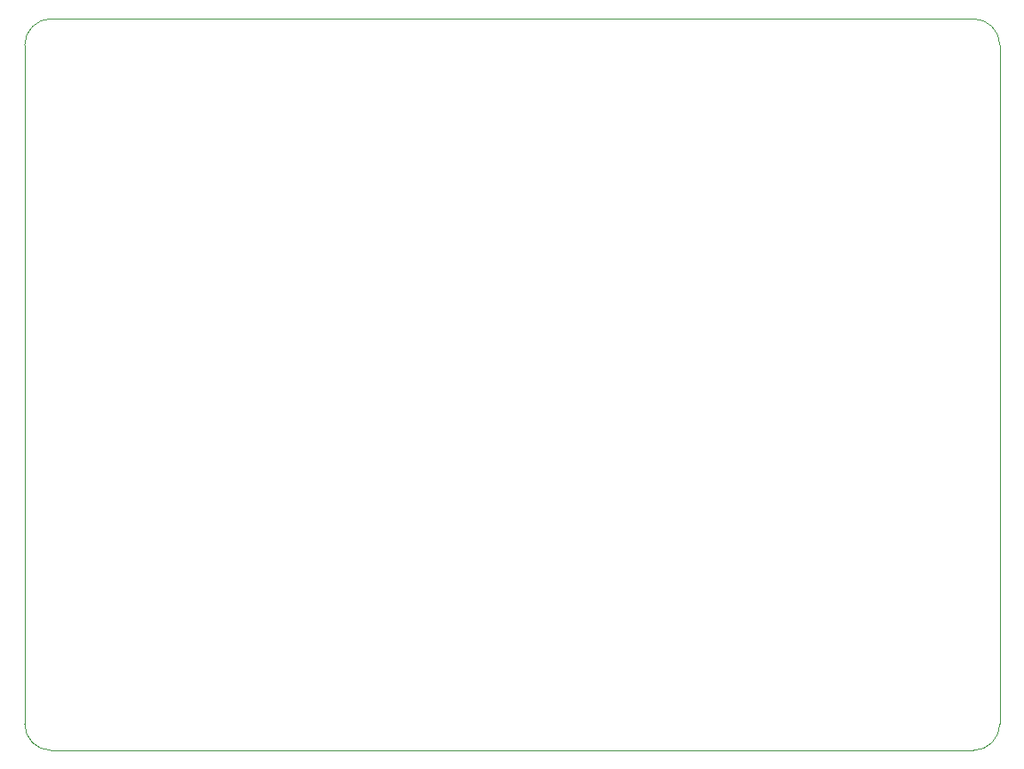
<source format=gbr>
%TF.GenerationSoftware,KiCad,Pcbnew,(5.1.6-0-10_14)*%
%TF.CreationDate,2021-11-19T16:45:31-06:00*%
%TF.ProjectId,EE514 Board,45453531-3420-4426-9f61-72642e6b6963,rev?*%
%TF.SameCoordinates,Original*%
%TF.FileFunction,Profile,NP*%
%FSLAX46Y46*%
G04 Gerber Fmt 4.6, Leading zero omitted, Abs format (unit mm)*
G04 Created by KiCad (PCBNEW (5.1.6-0-10_14)) date 2021-11-19 16:45:31*
%MOMM*%
%LPD*%
G01*
G04 APERTURE LIST*
%TA.AperFunction,Profile*%
%ADD10C,0.050000*%
%TD*%
G04 APERTURE END LIST*
D10*
X187960000Y-124968000D02*
G75*
G02*
X185420000Y-127508000I-2540000J0D01*
G01*
X185420000Y-57658000D02*
G75*
G02*
X187960000Y-60198000I0J-2540000D01*
G01*
X94996000Y-60198000D02*
G75*
G02*
X97536000Y-57658000I2540000J0D01*
G01*
X97536000Y-127508000D02*
G75*
G02*
X94996000Y-124968000I0J2540000D01*
G01*
X185420000Y-57658000D02*
X97536000Y-57658000D01*
X187960000Y-124968000D02*
X187960000Y-60198000D01*
X97536000Y-127508000D02*
X185420000Y-127508000D01*
X94996000Y-60198000D02*
X94996000Y-124968000D01*
M02*

</source>
